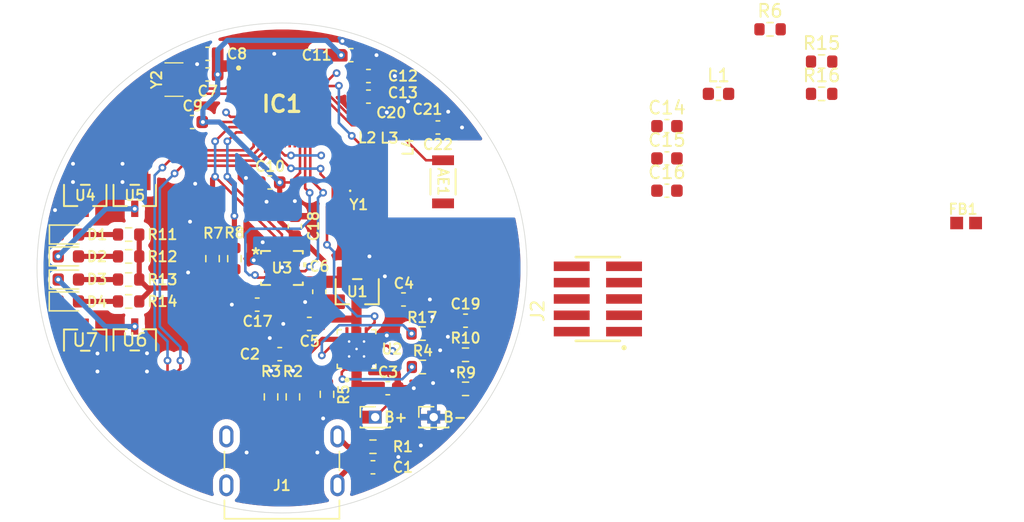
<source format=kicad_pcb>
(kicad_pcb (version 20241229) (generator "pcbnew") (generator_version "9.0")
  (layers (0 "F.Cu" signal) (2 "B.Cu" signal) (13 "F.Paste" user) (15 "B.Paste" user) (5 "F.SilkS" user "F.Silkscreen") (7 "B.SilkS" user "B.Silkscreen") (1 "F.Mask" user) (3 "B.Mask" user) (25 "Edge.Cuts" user))
  (net 0 "")
  (net 1 "Net-(AE1-Pad1)")
  (net 2 "GND")
  (net 3 "Net-(J1-SHIELD)")
  (net 4 "Net-(J1-VBUS)")
  (net 5 "Net-(U2-BAT)")
  (net 6 "Net-(U1-VIN)")
  (net 7 "Net-(IC1-VDD_1)")
  (net 8 "Net-(IC1-DECA)")
  (net 9 "Net-(IC1-DECD)")
  (net 10 "Net-(IC1-NRESET)")
  (net 11 "Net-(IC1-P1.08{slash}CLK16M{slash}TAMPC)")
  (net 12 "Net-(C20-Pad2)")
  (net 13 "Net-(C21-Pad1)")
  (net 14 "Net-(D1-K)")
  (net 15 "Net-(D1-A)")
  (net 16 "Net-(D2-A)")
  (net 17 "Net-(D2-K)")
  (net 18 "Net-(D3-A)")
  (net 19 "Net-(D3-K)")
  (net 20 "Net-(D4-K)")
  (net 21 "Net-(D4-A)")
  (net 23 "Net-(IC1-P2.05{slash}SPI.CS)")
  (net 24 "Net-(IC1-XC1)")
  (net 27 "Net-(IC1-P0.01)")
  (net 30 "Net-(IC1-P2.06{slash}TRACECLK{slash}SPI.SCK)")
  (net 31 "Net-(IC1-P2.03)")
  (net 32 "Net-(IC1-ANT)")
  (net 33 "Net-(IC1-P2.04{slash}SPI.SDI{slash}SDO)")
  (net 35 "Net-(IC1-P2.02{slash}SPI.SDI{slash}SDO)")
  (net 36 "Net-(IC1-DCC)")
  (net 39 "Net-(IC1-P2.00{slash}SPI.DCX)")
  (net 41 "Net-(IC1-P2.07{slash}TRACEDATA[0]{slash}SWO{slash}SPI.DCX)")
  (net 46 "Net-(IC1-P1.00{slash}XL1)")
  (net 48 "Net-(IC1-SWDIO)")
  (net 49 "Net-(IC1-P2.01{slash}SPI.SCK)")
  (net 50 "Net-(IC1-P1.01{slash}XL2)")
  (net 52 "Net-(IC1-XC2)")
  (net 53 "Net-(IC1-P0.00)")
  (net 54 "Net-(IC1-SWDCLK)")
  (net 58 "Net-(J1-CC1)")
  (net 59 "Net-(J1-CC2)")
  (net 61 "Net-(U2-TS)")
  (net 62 "Net-(U2-ISET)")
  (net 63 "Net-(J2-Pad6)")
  (net 64 "Net-(U2-TMR)")
  (footprint "footprints:BSS138" (layer "F.Cu") (at 138.35 105.2414)
    (property "Reference" "U6")
    (property "Value" "BSS138")
  )
  (footprint "Resistor_SMD:R_0603_1608Metric" (layer "F.Cu") (at 148.95 109.675 90)
    (property "Reference" "R3")
    (property "Value" "5.1 kOhm")
  )
  (footprint "Capacitor_SMD:C_0603_1608Metric" (layer "F.Cu") (at 147.875 102.5 180)
    (property "Reference" "C17")
    (property "Value" "100nF Ceramic")
  )
  (footprint "footprints:BMI323" (layer "F.Cu") (at 149.7943 99.65)
    (property "Reference" "U3")
    (property "Value" "BMI323")
  )
  (footprint "LED_SMD:LED_0603_1608Metric" (layer "F.Cu") (at 133.1875 98.75)
    (property "Reference" "D2")
    (property "Value" "5991090147F")
  )
  (footprint "Resistor_SMD:R_0603_1608Metric" (layer "F.Cu") (at 191.765 83.6)
    (property "Reference" "R15")
    (property "Value" "10 kOhm")
  )
  (footprint "Capacitor_SMD:C_0603_1608Metric" (layer "F.Cu") (at 152.7 101.5 -90)
    (property "Reference" "C6")
    (property "Value" "2.2 uF Ceramic")
  )
  (footprint "Resistor_SMD:R_0603_1608Metric" (layer "F.Cu") (at 156.875 113.55 180)
    (property "Reference" "R1")
    (property "Value" "10 Ohm .063 W")
  )
  (footprint "Capacitor_SMD:C_0603_1608Metric" (layer "F.Cu") (at 164.075 103.75)
    (property "Reference" "C19")
    (property "Value" "100 nF Ceramic")
  )
  (footprint "footprints:AP2210N-3.3TRG1" (layer "F.Cu") (at 155.649999 101.4938 180)
    (property "Reference" "U1")
    (property "Value" "AP2210N-3.3TRG1")
  )
  (footprint "Capacitor_SMD:C_0603_1608Metric" (layer "F.Cu") (at 179.735 91.13)
    (property "Reference" "C15")
    (property "Value" "10 nF Ceramic")
  )
  (footprint "Resistor_SMD:R_0603_1608Metric" (layer "F.Cu") (at 160.7 104.75 180)
    (property "Reference" "R17")
    (property "Value" "1 MOhm")
  )
  (footprint "footprints:RFANT3216120A5T" (layer "F.Cu") (at 162.325 92.95 -90)
    (property "Reference" "AE1")
    (property "Value" "RFANT3216120A5T")
  )
  (footprint "Capacitor_SMD:C_0603_1608Metric" (layer "F.Cu") (at 161.925 88.725 180)
    (property "Reference" "C22")
    (property "Value" "0.3 pF Ceramic")
  )
  (footprint "footprints:BSS138" (layer "F.Cu") (at 138.35 94.0086 180)
    (property "Reference" "U5")
    (property "Value" "BSS138")
  )
  (footprint "footprints:BQ24072RGTT" (layer "F.Cu") (at 155.6 105.95 90)
    (property "Reference" "U2")
    (property "Value" "BQ24072RGTT")
  )
  (footprint "Resistor_SMD:R_0603_1608Metric" (layer "F.Cu") (at 164.075 109.05 180)
    (property "Reference" "R9")
    (property "Value" "1.3 kOhm")
  )
  (footprint "Inductor_SMD:L_0603_1608Metric" (layer "F.Cu") (at 183.745 86.11)
    (property "Reference" "L1")
    (property "Value" "4.7 uH")
  )
  (footprint "Capacitor_SMD:C_0603_1608Metric" (layer "F.Cu") (at 151.925 104)
    (property "Reference" "C5")
    (property "Value" "1 uF Ceramic")
  )
  (footprint "Resistor_SMD:R_0603_1608Metric" (layer "F.Cu") (at 187.755 81.09)
    (property "Reference" "R6")
    (property "Value" "1 kOhm")
  )
  (footprint "Capacitor_SMD:C_0603_1608Metric" (layer "F.Cu") (at 179.735 88.62)
    (property "Reference" "C14")
    (property "Value" "2.2 uF Ceramic")
  )
  (footprint "Capacitor_SMD:C_0603_1608Metric" (layer "F.Cu") (at 142.825 88.3)
    (property "Reference" "C9")
    (property "Value" "0.1 uF Ceramic")
  )
  (footprint "Resistor_SMD:R_0603_1608Metric" (layer "F.Cu") (at 144.4 98.925 90)
    (property "Reference" "R7")
    (property "Value" "4.7 kOhm")
  )
  (footprint "Capacitor_SMD:C_0603_1608Metric" (layer "F.Cu") (at 159.25 102.1)
    (property "Reference" "C4")
    (property "Value" "4.7 uF Ceramic")
  )
  (footprint "Resistor_SMD:R_0603_1608Metric" (layer "F.Cu") (at 137.875 97.05)
    (property "Reference" "R11")
    (property "Value" "68 Ohm")
  )
  (footprint "Capacitor_SMD:C_0603_1608Metric" (layer "F.Cu") (at 149.625 106.35 180)
    (property "Reference" "C2")
    (property "Value" "1 uF 10V")
  )
  (footprint "Resistor_SMD:R_0603_1608Metric" (layer "F.Cu") (at 164.075 106.4 180)
    (property "Reference" "R10")
    (property "Value" "4.7 kOhm")
  )
  (footprint "footprints:NRF54L05-QFAA-R7" (layer "F.Cu") (at 149.8 86.9)
    (property "Reference" "IC1")
    (property "Value" "NRF54L05-QFAA-R7" (hide yes))
  )
  (footprint "Capacitor_SMD:C_0603_1608Metric" (layer "F.Cu") (at 144.025 84.6)
    (property "Reference" "C7")
    (property "Value" "10 uF Ceramic")
  )
  (footprint "LED_SMD:LED_0603_1608Metric" (layer "F.Cu") (at 133.1875 102.25)
    (property "Reference" "D4")
    (property "Value" "5991090147F")
  )
  (footprint "footprints:LQP03HQ3N5B02D" (layer "F.Cu") (at 158.15 88.55)
    (property "Reference" "L3")
    (property "Value" "LQP03HQ3N5B02")
  )
  (footprint "Capacitor_SMD:C_0603_1608Metric" (layer "F.Cu") (at 156.525 84.725 180)
    (property "Reference" "C12")
    (property "Value" "2.2 nF Ceramic")
  )
  (footprint "Resistor_SMD:R_0603_1608Metric" (layer "F.Cu") (at 137.875 98.75)
    (property "Reference" "R12")
    (property "Value" "68 Ohm")
  )
  (footprint "footprints:BSS138" (layer "F.Cu") (at 134.5 94.0086 180)
    (property "Reference" "U4")
    (property "Value" "BSS138")
  )
  (footprint "Capacitor_SMD:C_0603_1608Metric" (layer "F.Cu") (at 179.735 93.64)
    (property "Reference" "C16")
    (property "Value" "3.9 pF Ceramic")
  )
  (footprint "footprints:ECS-320-8-37B2-JTY-TR" (layer "F.Cu") (at 155.775 92.2)
    (property "Reference" "Y1")
    (property "Value" "ECS-320-8-37B2-JTY-TR" (hide yes))
  )
  (footprint "Resistor_SMD:R_0603_1608Metric" (layer "F.Cu") (at 160.725 107.35)
    (property "Reference" "R4")
    (property "Value" "10 kOhm")
  )
  (footprint "footprints:Q 0,032768-JTX210-7-20-T1-HMR-70K-LF" (layer "F.Cu") (at 141.4 85 90)
    (property "Reference" "Y2")
    (property "Value" "32.768 kHz")
  )
  (footprint "Capacitor_SMD:C_0201_0603Metric" (layer "F.Cu") (at 156.425 87.575)
    (property "Reference" "C20")
    (property "Value" "GJM0335C1E1R5WB01")
  )
  (footprint "footprints:FTSH-105-01-L-DV-K" (layer "F.Cu") (at 174.365 102.06 90)
    (property "Reference" "J2")
    (property "Value" "FTSH-105-01-L-DV-K")
  )
  (footprint "footprints:UJC-H-G-SMT-2-P6-TR" (layer "F.Cu") (at 149.795 116.55)
    (property "Reference" "J1")
    (property "Value" "UJC-H-G-SMT-2-P6-TR")
  )
  (footprint "footprints:BSS138" (layer "F.Cu") (at 134.5 105.2586)
    (property "Reference" "U7")
    (property "Value" "BSS138")
  )
  (footprint "Capacitor_SMD:C_0603_1608Metric" (layer "F.Cu") (at 155.175 83.1 180)
    (property "Reference" "C11")
    (property "Value" "0.1 uF Ceramic")
  )
  (footprint "Resistor_SMD:R_0603_1608Metric" (layer "F.Cu") (at 137.875 100.55)
    (property "Reference" "R13")
    (property "Value" "68 Ohm")
  )
  (footprint "Resistor_SMD:R_0603_1608Metric" (layer "F.Cu") (at 137.875 102.25)
    (property "Reference" "R14")
    (property "Value" "68 Ohm")
  )
  (footprint "Resistor_SMD:R_0603_1608Metric" (layer "F.Cu") (at 150.65 109.675 90)
    (property "Reference" "R2")
    (property "Value" "5.1 kOhm")
  )
  (footprint "Capacitor_SMD:C_0603_1608Metric" (layer "F.Cu") (at 156.875 115.15 180)
    (property "Reference" "C1")
    (property "Value" "0.1 uF 10V")
  )
  (footprint "Resistor_SMD:R_0603_1608Metric" (layer "F.Cu") (at 191.765 86.11)
    (property "Reference" "R16")
    (property "Value" "10 kOhm")
  )
  (footprint "footprints:LQP03HQ3N5B02D" (layer "F.Cu") (at 159.6 88.85 -90)
    (property "Reference" "L4")
    (property "Value" "LQP03HQ3N5B02")
  )
  (footprint "Connector_PinHeader_1.27mm:PinHeader_1x01_P1.27mm_Vertical" (layer "F.Cu") (at 161.6 111.25)
    (property "Reference" "B-")
    (property "Value" "Battery-")
  )
  (footprint "Capacitor_SMD:C_0201_0603Metric" (layer "F.Cu") (at 159.6 87.305 90)
    (property "Reference" "C21")
    (property "Value" "GJM0335C1E2R0WB01")
  )
  (footprint "footprints:BLM18KG121TN1D" (layer "F.Cu") (at 203 96.155)
    (property "Reference" "FB1")
    (property "Value" "BLM18KG121TN1D")
  )
  (footprint "Resistor_SMD:R_0603_1608Metric" (layer "F.Cu") (at 146.1 98.925 90)
    (property "Reference" "R8")
    (property "Value" "4.7 kOhm")
  )
  (footprint "footprints:LQP03HQ2N7B02D" (layer "F.Cu") (at 156.425 88.55)
    (property "Reference" "L2")
    (property "Value" "LQP03HQ2N7B02")
  )
  (footprint "Capacitor_SMD:C_0603_1608Metric" (layer "F.Cu") (at 148.85 93)
    (property "Reference" "C10")
    (property "Value" "0.1 uF Ceramic")
  )
  (footprint "Capacitor_SMD:C_0603_1608Metric" (layer "F.Cu") (at 156.525 86.325 180)
    (property "Reference" "C13")
    (property "Value" "2.2 uF Ceramic")
  )
  (footprint "Capacitor_SMD:C_0603_1608Metric" (layer "F.Cu") (at 144.025 83)
    (property "Reference" "C8")
    (property "Value" "0.1 uF Ceramic")
  )
  (footprint "Connector_PinHeader_1.27mm:PinHeader_1x01_P1.27mm_Vertical" (layer "F.Cu") (at 157.05 111.25)
    (property "Reference" "B+")
    (property "Value" "Battery+")
  )
  (footprint "Capacitor_SMD:C_0603_1608Metric" (layer "F.Cu") (at 150.8 96.4 -90)
    (property "Reference" "C18")
    (property "Value" "100nF Ceramic")
  )
  (footprint "LED_SMD:LED_0603_1608Metric" (layer "F.Cu") (at 133.1875 100.55)
    (property "Reference" "D3")
    (property "Value" "5991090147F")
  )
  (footprint "Capacitor_SMD:C_0603_1608Metric" (layer "F.Cu") (at 158.025 109)
    (property "Reference" "C3")
    (property "Value" "4.7 uF Ceramic")
  )
  (footprint "Resistor_SMD:R_0603_1608Metric" (layer "F.Cu") (at 153.3 109.475 -90)
    (property "Reference" "R5")
    (property "Value" "8.9 kOhm 1% Tol")
  )
  (footprint "LED_SMD:LED_0603_1608Metric" (layer "F.Cu") (at 133.2 97.05)
    (property "Reference" "D1")
    (property "Value" "5991090147F")
  )
  (gr_circle (center 149.8 99.65) (end 168.85 99.65) (stroke (width 0.05)) (fill no) (layer "Edge.Cuts"))
  (segment (start 160.725 89.15) (end 161.15 88.725) (width 0.2) (layer "F.Cu") (net 1))
  (segment (start 159.6 89.15) (end 159.6 89.875) (width 0.2) (layer "F.Cu") (net 1))
  (segment (start 160.9986 91.2736) (end 162.325 91.2736) (width 0.2) (layer "F.Cu") (net 1))
  (segment (start 159.6 89.875) (end 160.9986 91.2736) (width 0.2) (layer "F.Cu") (net 1))
  (segment (start 159.6 89.15) (end 160.725 89.15) (width 0.2) (layer "F.Cu") (net 1))
  (segment (start 150.294299 100.5644) (end 149.7943 100.5644) (width 0.2) (layer "F.Cu") (net 2))
  (segment (start 154.825 87.575) (end 153.55 86.3) (width 0.2) (layer "F.Cu") (net 2))
  (segment (start 156.35 106.7) (end 155.6 105.95) (width 0.2) (layer "F.Cu") (net 2))
  (segment (start 155.35 106.2) (end 155.6 105.95) (width 0.2) (layer "F.Cu") (net 2))
  (segment (start 154.2 106.2) (end 155.35 106.2) (width 0.2) (layer "F.Cu") (net 2))
  (segment (start 156.35 105.2) (end 155.6 105.95) (width 0.2) (layer "F.Cu") (net 2))
  (segment (start 149.7943 100.5644) (end 149.7943 99.6057) (width 0.2) (layer "F.Cu") (net 2))
  (segment (start 156.105 87.575) (end 154.825 87.575) (width 0.2) (layer "F.Cu") (net 2))
  (segment (start 156.35 107.35) (end 156.35 106.7) (width 0.2) (layer "F.Cu") (net 2))
  (segment (start 149.7943 99.6057) (end 149.8 99.6) (width 0.2) (layer "F.Cu") (net 2))
  (segment (start 157 106.7) (end 156.35 106.7) (width 0.2) (layer "F.Cu") (net 2))
  (segment (start 157 105.2) (end 156.35 105.2) (width 0.2) (layer "F.Cu") (net 2))
  (segment (start 153.55 86.3) (end 152.75 86.3) (width 0.2) (layer "F.Cu") (net 2))
  (segment (start 149.2 83.95) (end 149.2 86.3) (width 0.2) (layer "F.Cu") (net 2))
  (segment (start 149.2 86.3) (end 149.8 86.9) (width 0.2) (layer "F.Cu") (net 2))
  (segment (start 150.4 86.3) (end 149.8 86.9) (width 0.2) (layer "F.Cu") (net 2))
  (segment (start 152.75 86.3) (end 150.4 86.3) (width 0.2) (layer "F.Cu") (net 2))
  (via (at 147.05 114) (size 0.6) (drill 0.3) (layers "F.Cu" "B.Cu") (net 2))
  (via (at 154.5 82) (size 0.6) (drill 0.3) (layers "F.Cu" "B.Cu") (net 2))
  (via (at 143.2 83.8) (size 0.6) (drill 0.3) (layers "F.Cu" "B.Cu") (net 2))
  (via (at 161.3 102.1) (size 0.6) (drill 0.3) (layers "F.Cu" "B.Cu") (net 2))
  (via (at 137.4 91.55) (size 0.6) (drill 0.3) (layers "F.Cu" "B.Cu") (net 2))
  (via (at 150.65 107.65) (size 0.6) (drill 0.3) (layers "F.Cu" "B.Cu") (net 2))
  (via (at 148.85 105.1) (size 0.6) (drill 0.3) (layers "F.Cu" "B.Cu") (net 2))
  (via (at 142.5 100) (size 0.6) (drill 0.3) (layers "F.Cu" "B.Cu") (net 2))
  (via (at 148.3 97.65) (size 0.6) (drill 0.3) (layers "F.Cu" "B.Cu") (net 2))
  (via (at 157.95 87.55) (size 0.6) (drill 0.3) (layers "F.Cu" "B.Cu") (net 2))
  (via (at 142.65 96.05) (size 0.6) (drill 0.3) (layers "F.Cu" "B.Cu") (net 2))
  (via (at 135.4525 106.3) (size 0.6) (drill 0.3) (layers "F.Cu" "B.Cu") (net 2))
  (via (at 160.6 113.45) (size 0.6) (drill 0.3) (layers "F.Cu" "B.Cu") (net 2))
  (via (at 147.6 99.05) (size 0.6) (drill 0.3) (layers "F.Cu" "B.Cu") (net 2))
  (via (at 156.95 107.3) (size 0.6) (drill 0.3) (layers "F.Cu" "B.Cu") (net 2))
  (via (at 145.9 102.5) (size 0.6) (drill 0.3) (layers "F.Cu" "B.Cu") (net 2))
  (via (at 156.6 98.75) (size 0.6) (drill 0.3) (layers "F.Cu" "B.Cu") (net 2))
  (via (at 162.725 87.5) (size 0.6) (drill 0.3) (layers "F.Cu" "B.Cu") (net 2))
  (via (at 148.95 107.65) (size 0.6) (drill 0.3) (layers "F.Cu" "B.Cu") (net 2))
  (via (at 135.45 107.7) (size 0.6) (drill 0.3) (layers "F.Cu" "B.Cu") (net 2))
  (via (at 163.8 88.725) (size 0.6) (drill 0.3) (layers "F.Cu" "B.Cu") (net 2))
  (via (at 150.8 94.45) (size 0.6) (drill 0.3) (layers "F.Cu" "B.Cu") (net 2))
  (via (at 157.15 83.1) (size 0.6) (drill 0.3) (layers "F.Cu" "B.Cu") (net 2))
  (via (at 159.6 86.7) (size 0.6) (drill 0.3) (layers "F.Cu" "B.Cu") (net 2))
  (via (at 161.5 103.45) (size 0.6) (drill 0.3) (layers "F.Cu" "B.Cu") (net 2))
  (via (at 143.05 93.1) (size 0.6) (drill 0.3) (layers "F.Cu" "B.Cu") (net 2))
  (via (at 157.8 100.3) (size 0.6) (drill 0.3) (layers "F.Cu" "B.Cu") (net 2))
  (via (at 162.1 106.05) (size 0.6) (drill 0.3) (layers "F.Cu" "B.Cu") (net 2))
  (via (at 161.55 108.6) (size 0.6) (drill 0.3) (layers "F.Cu" "B.Cu") (net 2))
  (via (at 133.55 91.55) (size 0.6) (drill 0.3) (layers "F.Cu" "B.Cu") (net 2))
  (via (at 163.05 107.65) (size 0.6) (drill 0.3) (layers "F.Cu" "B.Cu") (net 2))
  (via (at 162.7 105) (size 0.6) (drill 0.3) (layers "F.Cu" "B.Cu") (net 2))
  (via (at 158.575 84.725) (size 0.6) (drill 0.3) (layers "F.Cu" "B.Cu") (net 2))
  (via (at 149.9 104) (size 0.6) (drill 0.3) (layers "F.Cu" "B.Cu") (net 2))
  (via (at 132.15 95.15) (size 0.6) (drill 0.3) (layers "F.Cu" "B.Cu") (net 2))
  (via (at 139.3 107.7) (size 0.6) (drill 0.3) (layers "F.Cu" "B.Cu") (net 2))
  (via (at 148.6 94.5) (size 0.6) (drill 0.3) (layers "F.Cu" "B.Cu") (net 2))
  (via (at 158.85 114.35) (size 0.6) (drill 0.3) (layers "F.Cu" "B.Cu") (net 2))
  (via (at 147 92.65) (size 0.6) (drill 0.3) (layers "F.Cu" "B.Cu") (net 2))
  (via (at 160.05 109) (size 0.6) (drill 0.3) (layers "F.Cu" "B.Cu") (net 2))
  (via (at 149.2 83) (size 0.6) (drill 0.3) (layers "F.Cu" "B.Cu") (net 2))
  (via (at 133.5475 92.9672) (size 0.6) (drill 0.3) (layers "F.Cu" "B.Cu") (net 2))
  (via (at 153 111.35) (size 0.6) (drill 0.3) (layers "F.Cu" "B.Cu") (net 2))
  (via (at 151.6 102.3) (size 0.6) (drill 0.3) (layers "F.Cu" "B.Cu") (net 2))
  (via (at 157.95 104.9) (size 0.6) (drill 0.3) (layers "F.Cu" "B.Cu") (net 2))
  (via (at 152.55 114) (size 0.6) (drill 0.3) (layers "F.Cu" "B.Cu") (net 2))
  (via (at 139.3025 106.2828) (size 0.6) (drill 0.3) (layers "F.Cu" "B.Cu") (net 2))
  (via (at 149.8 99.6) (size 0.6) (drill 0.3) (layers "F.Cu" "B.Cu") (net 2))
  (via (at 137.3975 92.9672) (size 0.6) (drill 0.3) (layers "F.Cu" "B.Cu") (net 2))
  (segment (start 154.915 113.55) (end 154.115 112.75) (width 0.4) (layer "F.Cu") (net 3))
  (segment (start 154.115 116.085) (end 155.05 115.15) (width 0.4) (layer "F.Cu") (net 3))
  (segment (start 156.1 115.15) (end 156.1 113.6) (width 0.4) (layer "F.Cu") (net 3))
  (segment (start 154.1 112.765) (end 154.1 113.15) (width 0.2) (layer "F.Cu") (net 3))
  (segment (start 154.115 112.75) (end 154.1 112.765) (width 0.2) (layer "F.Cu") (net 3))
  (segment (start 156.05 113.55) (end 154.915 113.55) (width 0.4) (layer "F.Cu") (net 3))
  (segment (start 154.115 116.55) (end 154.115 116.085) (width 0.2) (layer "F.Cu") (net 3))
  (segment (start 155.05 115.15) (end 156.1 115.15) (width 0.4) (layer "F.Cu") (net 3))
  (segment (start 156.1 113.6) (end 156.05 113.55) (width 0.4) (layer "F.Cu") (net 3))
  (segment (start 151 114.15) (end 148.55 114.15) (width 0.4) (layer "F.Cu") (net 4))
  (segment (start 151.315 112.67) (end 151.315 113.835) (width 0.4) (layer "F.Cu") (net 4))
  (segment (start 151.8 107.15) (end 151.8 106.35) (width 0.4) (layer "F.Cu") (net 4))
  (segment (start 151.315 113.835) (end 151 114.15) (width 0.4) (layer "F.Cu") (net 4))
  (segment (start 151.315 112.67) (end 151.315 111.67) (width 0.4) (layer "F.Cu") (net 4))
  (segment (start 151.315 111.67) (end 151.8 111.185) (width 0.4) (layer "F.Cu") (net 4))
  (segment (start 151 106.35) (end 150.4 106.35) (width 0.4) (layer "F.Cu") (net 4))
  (segment (start 151.8 107.15) (end 151 106.35) (width 0.4) (layer "F.Cu") (net 4))
  (segment (start 148.275 113.875) (end 148.275 112.67) (width 0.4) (layer "F.Cu") (net 4))
  (segment (start 151.8 106.35) (end 152.95 105.2) (width 0.4) (layer "F.Cu") (net 4))
  (segment (start 152.95 105.2) (end 154.2 105.2) (width 0.4) (layer "F.Cu") (net 4))
  (segment (start 151.8 107.55) (end 151.8 107.15) (width 0.4) (layer "F.Cu") (net 4))
  (segment (start 148.55 114.15) (end 148.275 113.875) (width 0.4) (layer "F.Cu") (net 4))
  (segment (start 151.8 111.185) (end 151.8 107.55) (width 0.4) (layer "F.Cu") (net 4))
  (segment (start 157.05 111.25) (end 158.1 110.2) (width 0.2) (layer "F.Cu") (net 5))
  (segment (start 159.7 110.2) (end 160.3 109.6) (width 0.2) (layer "F.Cu") (net 5))
  (segment (start 163.25 109.05) (end 163.15 109.05) (width 0.2) (layer "F.Cu") (net 5))
  (segment (start 163.15 109.05) (end 162.6 109.6) (width 0.2) (layer "F.Cu") (net 5))
  (segment (start 160.3 109.6) (end 162.6 109.6) (width 0.2) (layer "F.Cu") (net 5))
  (segment (start 158.1 110.2) (end 159.7 110.2) (width 0.2) (layer "F.Cu") (net 5))
  (segment (start 155.35 107.35) (end 155.35 108.6) (width 0.3) (layer "F.Cu") (net 5))
  (segment (start 155.85 107.35) (end 155.85 107.95) (width 0.3) (layer "F.Cu") (net 5))
  (segment (start 155.35 108.6) (end 155.35 109.05) (width 0.3) (layer "F.Cu") (net 5))
  (segment (start 149.449943 102.5) (end 148.65 102.5) (width 0.4) (layer "F.Cu") (net 7))
  (segment (start 144.4 101.208701) (end 144.4 99.75) (width 0.4) (layer "F.Cu") (net 7))
  (segment (start 151.125 97.175) (end 150.8 97.175) (width 0.4) (layer "F.Cu") (net 7))
  (segment (start 148.65 101.208701) (end 149.294301 100.5644) (width 0.4) (layer "F.Cu") (net 7))
  (segment (start 152.7 100.725) (end 152.7 100.4) (width 0.2) (layer "F.Cu") (net 7))
  (segment (start 138.7 100.55) (end 138.7 97.05) (width 0.4) (layer "F.Cu") (net 7))
  (segment (start 150.294299 98.7356) (end 150.294299 97.680701) (width 0.4) (layer "F.Cu") (net 7))
  (segment (start 150.95 100.400001) (end 152.375001 100.400001) (width 0.2) (layer "F.Cu") (net 7))
  (segment (start 153.05 99.1) (end 151.125 97.175) (width 0.4) (layer "F.Cu") (net 7))
  (segment (start 148.65 101.208701) (end 146.1 101.208701) (width 0.4) (layer "F.Cu") (net 7))
  (segment (start 153.05 100.05) (end 153.05 99.1) (width 0.4) (layer "F.Cu") (net 7))
  (segment (start 146.1 101.208701) (end 146.1 99.75) (width 0.4) (layer "F.Cu") (net 7))
  (segment (start 150.95 100.400001) (end 150.95 100.999943) (width 0.2) (layer "F.Cu") (net 7))
  (segment (start 139.741299 101.208701) (end 138.7 102.25) (width 0.4) (layer "F.Cu") (net 7))
  (segment (start 144.4 101.208701) (end 139.741299 101.208701) (width 0.4) (layer "F.Cu") (net 7))
  (segment (start 143.65 88.3) (end 146.85 88.3) (width 0.2) (layer "F.Cu") (net 7))
  (segment (start 152.375001 100.400001) (end 152.7 100.725) (width 0.2) (layer "F.Cu") (net 7))
  (segment (start 150.95 100.999943) (end 149.449943 102.5) (width 0.4) (layer "F.Cu") (net 7))
  (segment (start 149.625 96) (end 149.625 93) (width 0.4) (layer "F.Cu") (net 7))
  (segment (start 139.358701 101.208701) (end 138.7 100.55) (width 0.4) (layer "F.Cu") (net 7))
  (segment (start 152.7 100.4) (end 153.05 100.05) (width 0.4) (layer "F.Cu") (net 7))
  (segment (start 150.294299 97.680701) (end 150.8 97.175) (width 0.4) (layer "F.Cu") (net 7))
  (segment (start 139.741299 101.208701) (end 139.358701 101.208701) (width 0.4) (layer "F.Cu") (net 7))
  (segment (start 146.1 101.208701) (end 144.4 101.208701) (width 0.4) (layer "F.Cu") (net 7))
  (segment (start 150.8 97.175) (end 149.625 96) (width 0.4) (layer "F.Cu") (net 7))
  (segment (start 151.2 89.85) (end 151.2 92.25) (width 0.2) (layer "F.Cu") (net 7))
  (segment (start 151.2 92.25) (end 150.45 93) (width 0.2) (layer "F.Cu") (net 7))
  (segment (start 150.45 93) (end 149.625 93) (width 0.2) (layer "F.Cu") (net 7))
  (segment (start 148.65 102.5) (end 148.65 101.208701) (width 0.4) (layer "F.Cu") (net 7))
  (segment (start 143.6 88.3) (end 143.65 88.3) (width 0.2) (layer "F.Cu") (net 7))
  (via (at 149.625 93) (size 0.6) (drill 0.3) (layers "F.Cu" "B.Cu") (net 7))
  (via (at 143.65 88.3) (size 0.6) (drill 0.3) (layers "F.Cu" "B.Cu") (net 7))
  (via (at 144.8 84.6) (size 0.6) (drill 0.3) (layers "F.Cu" "B.Cu") (net 7))
  (via (at 154.4 83.1) (size 0.6) (drill 0.3) (layers "F.Cu" "B.Cu") (net 7))
  (segment (start 144.8 86.15) (end 144.8 84.6) (width 0.4) (layer "B.Cu") (net 7))
  (segment (start 143.65 88.3) (end 144.925 88.3) (width 0.4) (layer "B.Cu") (net 7))
  (segment (start 143.65 87.3) (end 144.8 86.15) (width 0.4) (layer "B.Cu") (net 7))
  (segment (start 144.8 84.6) (end 144.8 82.7) (width 0.4) (layer "B.Cu") (net 7))
  (segment (start 144.925 88.3) (end 149.625 93) (width 0.4) (layer "B.Cu") (net 7))
  (segment (start 143.65 88.3) (end 143.65 87.3) (width 0.4) (layer "B.Cu") (net 7))
  (segment (start 144.8 82.7) (end 145.55 81.95) (width 0.4) (layer "B.Cu") (net 7))
  (segment (start 145.55 81.95) (end 153.25 81.95) (width 0.4) (layer "B.Cu") (net 7))
  (segment (start 153.25 81.95) (end 154.4 83.1) (width 0.4) (layer "B.Cu") (net 7))
  (segment (start 164.9 106.15) (end 164.85 106.1) (width 0.2) (layer "F.Cu") (net 11))
  (segment (start 146.85 87.9) (end 145.8 87.9) (width 0.2) (layer "F.Cu") (net 11))
  (segment (start 164.9 106.4) (end 164.9 106.15) (width 0.2) (layer "F.Cu") (net 11))
  (segment (start 164.9 109.05) (end 164.9 106.4) (width 0.2) (layer "F.Cu") (net 11))
  (segment (start 164.85 106.1) (end 164.85 103.75) (width 0.2) (layer "F.Cu") (net 11))
  (segment (start 164.85 106.45) (end 164.9 106.4) (width 0.2) (layer "F.Cu") (net 11))
  (segment (start 164.9 103.825) (end 164.825 103.75) (width 0.2) (layer "F.Cu") (net 11))
  (segment (start 145.8 87.9) (end 145.45 87.55) (width 0.2) (layer "F.Cu") (net 11))
  (via (at 145.45 87.55) (size 0.6) (drill 0.3) (layers "F.Cu" "B.Cu") (net 11))
  (segment (start 156.725 88.55) (end 157.85 88.55) (width 0.2) (layer "F.Cu") (net 12))
  (segment (start 156.725 88.55) (end 156.725 87.595) (width 0.2) (layer "F.Cu") (net 12))
  (segment (start 158.45 88.55) (end 159.6 88.55) (width 0.2) (layer "F.Cu") (net 13))
  (segment (start 159.6 88.55) (end 159.6 87.625) (width 0.2) (layer "F.Cu") (net 13))
  (segment (start 132.4125 96.3875) (end 133.75 95.05) (width 0.4) (layer "F.Cu") (net 14))
  (segment (start 132.4125 97.05) (end 132.4125 96.3875) (width 0.4) (layer "F.Cu") (net 14))
  (segment (start 133.75 95.05) (end 134.5 95.05) (width 0.4) (layer "F.Cu") (net 14))
  (segment (start 137.05 97.05) (end 133.9875 97.05) (width 0.4) (layer "F.Cu") (net 15))
  (segment (start 137.05 98.75) (end 133.975 98.75) (width 0.4) (layer "F.Cu") (net 16))
  (via (at 138.35 95.05) (size 0.6) (drill 0.3) (layers "F.Cu" "B.Cu") (net 17))
  (via (at 132.4 98.75) (size 0.6) (drill 0.3) (layers "F.Cu" "B.Cu") (net 17))
  (segment (start 136.1 95.05) (end 138.35 95.05) (width 0.4) (layer "B.Cu") (net 17))
  (segment (start 132.4 98.75) (end 136.1 95.05) (width 0.4) (layer "B.Cu") (net 17))
  (segment (start 137.05 100.55) (end 133.975 100.55) (width 0.4) (layer "F.Cu") (net 18))
  (via (at 132.4 100.55) (size 0.6) (drill 0.3) (layers "F.Cu" "B.Cu") (net 19))
  (via (at 138.35 104.2) (size 0.6) (drill 0.3) (layers "F.Cu" "B.Cu") (net 19))
  (segment (start 136.05 104.2) (end 138.35 104.2) (width 0.4) (layer "B.Cu") (net 19))
  (segment (start 132.4 100.55) (end 136.05 104.2) (width 0.4) (layer "B.Cu") (net 19))
  (segment (start 132.4 102.85) (end 133.7672 104.2172) (width 0.4) (layer "F.Cu") (net 20))
  (segment (start 133.7672 104.2172) (end 134.5 104.2172) (width 0.4) (layer "F.Cu") (net 20))
  (segment (start 132.4 102.25) (end 132.4 102.85) (width 0.4) (layer "F.Cu") (net 20))
  (segment (start 137.05 102.25) (end 133.975 102.25) (width 0.4) (layer "F.Cu") (net 21))
  (segment (start 148.8 89.85) (end 148.8 90.8) (width 0.2) (layer "F.Cu") (net 23))
  (segment (start 141.9 106.85) (end 141.9 107.4671) (width 0.2) (layer "F.Cu") (net 23))
  (segment (start 135.151 109.151) (end 133.5475 107.5475) (width 0.2) (layer "F.Cu") (net 23))
  (segment (start 148.8 90.8) (end 148.2 91.4) (width 0.2) (layer "F.Cu") (net 23))
  (segment (start 140.2161 109.151) (end 135.151 109.151) (width 0.2) (layer "F.Cu") (net 23))
  (segment (start 148.2 91.4) (end 147.898 91.702) (width 0.2) (layer "F.Cu") (net 23))
  (segment (start 142.048 91.702) (end 141.45 92.3) (width 0.2) (layer "F.Cu") (net 23))
  (segment (start 147.898 91.702) (end 142.55 91.702) (width 0.2) (layer "F.Cu") (net 23))
  (segment (start 133.5475 107.5475) (end 133.5475 106.3) (width 0.2) (layer "F.Cu") (net 23))
  (segment (start 141.9 107.4671) (end 140.2161 109.151) (width 0.2) (layer "F.Cu") (net 23))
  (segment (start 142.55 91.702) (end 142.048 91.702) (width 0.2) (layer "F.Cu") (net 23))
  (via (at 141.45 92.3) (size 0.6) (drill 0.3) (layers "F.Cu" "B.Cu") (net 23))
  (via (at 141.9 106.85) (size 0.6) (drill 0.3) (layers "F.Cu" "B.Cu") (net 23))
  (segment (start 140.301 93.449) (end 140.301 95.35) (width 0.2) (layer "B.Cu") (net 23))
  (segment (start 140.301 104.201) (end 141.2 105.1) (width 0.2) (layer "B.Cu") (net 23))
  (segment (start 141.2 105.1) (end 141.9 105.8) (width 0.2) (layer "B.Cu") (net 23))
  (segment (start 141.45 92.3) (end 140.301 93.449) (width 0.2) (layer "B.Cu") (net 23))
  (segment (start 141.9 105.8) (end 141.9 106.85) (width 0.2) (layer "B.Cu") (net 23))
  (segment (start 140.301 95.35) (end 140.301 104.201) (width 0.2) (layer "B.Cu") (net 23))
  (segment (start 156.45 91.675) (end 156.45 90.6) (width 0.2) (layer "F.Cu") (net 24))
  (segment (start 154.225 85.475) (end 154.1 85.475) (width 0.2) (layer "F.Cu") (net 24))
  (segment (start 154.075 85.5) (end 152.75 85.5) (width 0.2) (layer "F.Cu") (net 24))
  (segment (start 156.45 90.6) (end 155.225 89.375) (width 0.2) (layer "F.Cu") (net 24))
  (segment (start 154.1 85.475) (end 154.075 85.5) (width 0.2) (layer "F.Cu") (net 24))
  (via (at 154.225 85.475) (size 0.6) (drill 0.3) (layers "F.Cu" "B.Cu") (net 24))
  (via (at 155.225 89.375) (size 0.6) (drill 0.3) (layers "F.Cu" "B.Cu") (net 24))
  (segment (start 154.225 85.475) (end 154.225 88.375) (width 0.2) (layer "B.Cu") (net 24))
  (segment (start 154.225 88.375) (end 155.225 89.375) (width 0.2) (layer "B.Cu") (net 24))
  (segment (start 150.95 99.9) (end 151.6 99.9) (width 0.2) (layer "F.Cu") (net 27))
  (segment (start 151.6 99.9) (end 151.95 99.55) (width 0.2) (layer "F.Cu") (net 27))
  (segment (start 153 93.75) (end 152 92.75) (width 0.2) (layer "F.Cu") (net 27))
  (segment (start 153 93.8) (end 153 93.75) (width 0.2) (layer "F.Cu") (net 27))
  (segment (start 152 92.75) (end 152 89.85) (width 0.2) (layer "F.Cu") (net 27))
  (via (at 151.95 99.55) (size 0.6) (drill 0.3) (layers "F.Cu" "B.Cu") (net 27))
  (via (at 153 93.8) (size 0.6) (drill 0.3) (layers "F.Cu" "B.Cu") (net 27))
  (segment (start 152.6 98.9) (end 151.95 99.55) (width 0.2) (layer "B.Cu") (net 27))
  (segment (start 153 93.8) (end 152.6 94.2) (width 0.2) (layer "B.Cu") (net 27))
  (segment (start 153 93.8) (end 152.85 93.8) (width 0.2) (layer "B.Cu") (net 27))
  (segment (start 152.6 94.2) (end 152.6 98.9) (width 0.2) (layer "B.Cu") (net 27))
  (segment (start 152.8 91.925) (end 152.8 92.35) (width 0.2) (layer "F.Cu") (net 30))
  (segment (start 153.3 94.9) (end 153.3 97.85) (width 0.2) (layer "F.Cu") (net 30))
  (segment (start 157 103.4) (end 157 103.9) (width 0.2) (layer "F.Cu") (net 30))
  (segment (start 150.45 91.9) (end 149.2 90.65) (width 0.2) (layer "F.Cu") (net 30))
  (segment (start 150.5 91.9) (end 150.45 91.9) (width 0.2) (layer "F.Cu") (net 30))
  (segment (start 149.2 90.65) (end 149.2 89.85) (width 0.2) (layer "F.Cu") (net 30))
  (segment (start 153.75 94.45) (end 153.3 94.9) (width 0.2) (layer "F.Cu") (net 30))
  (segment (start 153.75 93.3) (end 153.75 94.45) (width 0.2) (layer "F.Cu") (net 30))
  (segment (start 152.8 92.35) (end 153.75 93.3) (width 0.2) (layer "F.Cu") (net 30))
  (segment (start 157 103.9) (end 156.35 104.55) (width 0.2) (layer "F.Cu") (net 30))
  (via (at 153.3 97.85) (size 0.6) (drill 0.3) (layers "F.Cu" "B.Cu") (net 30))
  (via (at 150.5 91.9) (size 0.6) (drill 0.3) (layers "F.Cu" "B.Cu") (net 30))
  (via (at 152.8 91.925) (size 0.6) (drill 0.3) (layers "F.Cu" "B.Cu") (net 30))
  (via (at 157 103.4) (size 0.6) (drill 0.3) (layers "F.Cu" "B.Cu") (net 30))
  (segment (start 155.65 103.4) (end 157 103.4) (width 0.2) (layer "B.Cu") (net 30))
  (segment (start 153.3 97.85) (end 153.85 98.4) (width 0.2) (layer "B.Cu") (net 30))
  (segment (start 150.525 91.925) (end 150.5 91.9) (width 0.2) (layer "B.Cu") (net 30))
  (segment (start 152.8 91.925) (end 150.525 91.925) (width 0.2) (layer "B.Cu") (net 30))
  (segment (start 153.85 101.6) (end 155.65 103.4) (width 0.2) (layer "B.Cu") (net 30))
  (segment (start 153.85 98.4) (end 153.85 101.6) (width 0.2) (layer "B.Cu") (net 30))
  (segment (start 148 90.4) (end 147.5 90.9) (width 0.2) (layer "F.Cu") (net 31))
  (segment (start 147.5 90.9) (end 140.2 90.9) (width 0.2) (layer "F.Cu") (net 31))
  (segment (start 139.3025 91.7975) (end 139.3025 92.9672) (width 0.2) (layer "F.Cu") (net 31))
  (segment (start 148 89.85) (end 148 90.4) (width 0.2) (layer "F.Cu") (net 31))
  (segment (start 140.2 90.9) (end 139.3025 91.7975) (width 0.2) (layer "F.Cu") (net 31))
  (segment (start 156.125 88.55) (end 155.225 88.55) (width 0.2) (layer "F.Cu") (net 32))
  (segment (start 153.375 86.7) (end 155.225 88.55) (width 0.2) (layer "F.Cu") (net 32))
  (segment (start 152.75 86.7) (end 153.375 86.7) (width 0.2) (layer "F.Cu") (net 32))
  (segment (start 140.05 108.75) (end 140.9 107.9) (width 0.2) (layer "F.Cu") (net 33))
  (segment (start 138.2 108.75) (end 140.05 108.75) (width 0.2) (layer "F.Cu") (net 33))
  (segment (start 141.75 91.301) (end 141.049 91.301) (width 0.2) (layer "F.Cu") (net 33))
  (segment (start 141.049 91.301) (end 140.5 91.85) (width 0.2) (layer "F.Cu") (net 33))
  (segment (start 148.4 89.85) (end 148.4 90.6) (width 0.2) (layer "F.Cu") (net 33))
  (segment (start 148.4 90.6) (end 147.699 91.301) (width 0.2) (layer "F.Cu") (net 33))
  (segment (start 141.75 91.301) (end 147.699 91.301) (width 0.2) (layer "F.Cu") (net 33))
  (segment (start 140.9 107.9) (end 140.9 106.85) (width 0.2) (layer "F.Cu") (net 33))
  (segment (start 137.3975 106.2828) (end 137.3975 107.9475) (width 0.2) (layer "F.Cu") (net 33))
  (segment (start 137.3975 107.9475) (end 138.2 108.75) (width 0.2) (layer "F.Cu") (net 33))
  (via (at 140.5 91.85) (size 0.6) (drill 0.3) (layers "F.Cu" "B.Cu") (net 33))
  (via (at 140.9 106.85) (size 0.6) (drill 0.3) (layers "F.Cu" "B.Cu") (net 33))
  (segment (start 140.9 105.3671) (end 140.9 106.85) (width 0.2) (layer "B.Cu") (net 33))
  (segment (start 139.9 92.45) (end 139.9 103.4) (width 0.2) (layer "B.Cu") (net 33))
  (segment (start 140.5 91.85) (end 139.9 92.45) (width 0.2) (layer "B.Cu") (net 33))
  (segment (start 140.79145 105.25855) (end 140.9 105.3671) (width 0.2) (layer "B.Cu") (net 33))
  (segment (start 139.9 104.3671) (end 140.79145 105.25855) (width 0.2) (layer "B.Cu") (net 33))
  (segment (start 139.9 103.4) (end 139.9 104.3671) (width 0.2) (layer "B.Cu") (net 33))
  (segment (start 147.6 90.2) (end 147.3 90.5) (width 0.2) (layer "F.Cu") (net 35))
  (segment (start 147.6 89.85) (end 147.6 90.2) (width 0.2) (layer "F.Cu") (net 35))
  (segment (start 135.4525 91.5975) (end 135.4525 92.9672) (width 0.2) (layer "F.Cu") (net 35))
  (segment (start 147.3 90.5) (end 136.55 90.5) (width 0.2) (layer "F.Cu") (net 35))
  (segment (start 136.55 90.5) (end 135.4525 91.5975) (width 0.2) (layer "F.Cu") (net 35))
  (segment (start 144.4 98.1) (end 144.4 92.75) (width 0.4) (layer "F.Cu") (net 39))
  (segment (start 144.6 92.55) (end 149.294301 97.244301) (width 0.2) (layer "F.Cu") (net 39))
  (segment (start 146.85 88.7) (end 145.7 88.7) (width 0.2) (layer "F.Cu") (net 39))
  (segment (start 144.4 92.75) (end 144.6 92.55) (width 0.4) (layer "F.Cu") (net 39))
  (segment (start 145.7 88.7) (end 144.6 89.8) (width 0.2) (layer "F.Cu") (net 39))
  (segment (start 149.294301 97.244301) (end 149.294301 98.7356) (width 0.2) (layer "F.Cu") (net 39))
  (via (at 144.6 89.8) (size 0.6) (drill 0.3) (layers "F.Cu" "B.Cu") (net 39))
  (via (at 144.6 92.55) (size 0.6) (drill 0.3) (layers "F.Cu" "B.Cu") (net 39))
  (segment (start 144.6 89.8) (end 144.6 92.55) (width 0.2) (layer "B.Cu") (net 39))
  (segment (start 157 105.7) (end 158 105.7) (width 0.2) (layer "F.Cu") (net 41))
  (segment (start 158 105.7) (end 158.4 106.1) (width 0.2) (layer "F.Cu") (net 41))
  (segment (start 149.6 90.475) (end 149.6 89.85) (width 0.2) (layer "F.Cu") (net 41))
  (segment (start 150.025 90.9) (end 149.6 90.475) (width 0.2) (layer "F.Cu") (net 41))
  (segment (start 150.5 90.9) (end 150.025 90.9) (width 0.2) (layer "F.Cu") (net 41))
  (via (at 158.4 106.1) (size 0.6) (drill 0.3) (layers "F.Cu" "B.Cu") (net 41))
  (via (at 150.5 90.9) (size 0.6) (drill 0.3) (layers "F.Cu" "B.Cu") (net 41))
  (via (at 152.85 90.9) (size 0.6) (drill 0.3) (layers "F.Cu" "B.Cu") (net 41))
  (segment (start 152.85 90.9) (end 150.5 90.9) (width 0.2) (layer "B.Cu") (net 41))
  (segment (start 145.4 85.699) (end 142.849 85.699) (width 0.2) (layer "F.Cu") (net 46))
  (segment (start 142.849 85.699) (end 141.4 84.25) (width 0.2) (layer "F.Cu") (net 46))
  (segment (start 146.85 84.7) (end 146.0579 84.7) (width 0.2) (layer "F.Cu") (net 46))
  (segment (start 145.699 85.0589) (end 145.699 85.4) (width 0.2) (layer "F.Cu") (net 46))
  (segment (start 145.699 85.4) (end 145.4 85.699) (width 0.2) (layer "F.Cu") (net 46))
  (segment (start 146.0579 84.7) (end 145.699 85.0589) (width 0.2) (layer "F.Cu") (net 46))
  (segment (start 146.1 98.1) (end 146.1 95.6) (width 0.4) (layer "F.Cu") (net 49))
  (segment (start 146.85 89.1) (end 146.25 89.1) (width 0.2) (layer "F.Cu") (net 49))
  (segment (start 149.7943 97.0443) (end 145.55 92.8) (width 0.2) (layer "F.Cu") (net 49))
  (segment (start 145.55 92.8) (end 145.55 92.55) (width 0.2) (layer "F.Cu") (net 49))
  (segment (start 146.25 89.1) (end 145.55 89.8) (width 0.2) (layer "F.Cu") (net 49))
  (segment (start 149.7943 98.7356) (end 149.7943 97.0443) (width 0.2) (layer "F.Cu") (net 49))
  (via (at 145.55 92.55) (size 0.6) (drill 0.3) (layers "F.Cu" "B.Cu") (net 49))
  (via (at 145.55 89.8) (size 0.6) (drill 0.3) (layers "F.Cu" "B.Cu") (net 49))
  (via (at 146.1 95.6) (size 0.6) (drill 0.3) (layers "F.Cu" "B.Cu") (net 49))
  (segment (start 146.1 95.6) (end 146.1 93.1) (width 0.4) (layer "B.Cu") (net 49))
  (segment (start 146.1 93.1) (end 145.55 92.55) (width 0.4) (layer "B.Cu") (net 49))
  (segment (start 145.55 89.8) (end 145.55 92.55) (width 0.2) (layer "B.Cu") (net 49))
  (segment (start 146.225 85.1) (end 146.1 85.225) (width 0.2) (layer "F.Cu") (net 50))
  (segment (start 141.75 86.1) (end 141.4 85.75) (width 0.2) (layer "F.Cu") (net 50))
  (segment (start 146.1 85.85) (end 145.85 86.1) (width 0.2) (layer "F.Cu") (net 50))
  (segment (start 145.85 86.1) (end 141.75 86.1) (width 0.2) (layer "F.Cu") (net 50))
  (segment (start 146.1 85.225) (end 146.1 85.85) (width 0.2) (layer "F.Cu") (net 50))
  (segment (start 146.85 85.1) (end 146.225 85.1) (width 0.2) (layer "F.Cu") (net 50))
  (segment (start 153.35 85.1) (end 152.75 85.1) (width 0.2) (layer "F.Cu") (net 52))
  (segment (start 153.95 84.5) (end 153.35 85.1) (width 0.2) (layer "F.Cu") (net 52))
  (segment (start 155.1 92.725) (end 154.825 92.725) (width 0.2) (layer "F.Cu") (net 52))
  (segment (start 154.05 84.5) (end 153.95 84.5) (width 0.2) (layer "F.Cu") (net 52))
  (via (at 154.05 84.5) (size 0.6) (drill 0.3) (layers "F.Cu" "B.Cu") (net 52))
  (segment (start 148.6386 100.400001) (end 147.900001 100.400001) (width 0.2) (layer "F.Cu") (net 53))
  (segment (start 151.6 93.45) (end 151.6 89.85) (width 0.2) (layer "F.Cu") (net 53))
  (segment (start 147.900001 100.400001) (end 147.7 100.2) (width 0.2) (layer "F.Cu") (net 53))
  (segment (start 151.95 93.8) (end 151.6 93.45) (width 0.2) (layer "F.Cu") (net 53))
  (via (at 151.95 93.8) (size 0.6) (drill 0.3) (layers "F.Cu" "B.Cu") (net 53))
  (via (at 147.7 100.2) (size 0.6) (drill 0.3) (layers "F.Cu" "B.Cu") (net 53))
  (segment (start 146.95 97) (end 146.95 99.9) (width 0.2) (layer "B.Cu") (net 53))
  (segment (start 151.95 93.8) (end 151.95 95.9) (width 0.2) (layer "B.Cu") (net 53))
  (segment (start 146.95 99.9) (end 147.25 100.2) (width 0.2) (layer "B.Cu") (net 53))
  (segment (start 151.95 95.9) (end 151.25 96.6) (width 0.2) (layer "B.Cu") (net 53))
  (segment (start 151.25 96.6) (end 147.35 96.6) (width 0.2) (layer "B.Cu") (net 53))
  (segment (start 147.25 100.2) (end 147.7 100.2) (width 0.2) (layer "B.Cu") (net 53))
  (segment (start 147.35 96.6) (end 146.95 97) (width 0.2) (layer "B.Cu") (net 53))
  (segment (start 149.295 110.845) (end 149.295 112.67) (width 0.4) (layer "F.Cu") (net 58))
  (segment (start 148.95 110.5) (end 149.295 110.845) (width 0.4) (layer "F.Cu") (net 58))
  (segment (start 150.65 110.5) (end 150.295 110.855) (width 0.4) (layer "F.Cu") (net 59))
  (segment (start 150.295 110.855) (end 150.295 112.67) (width 0.4) (layer "F.Cu") (net 59))
  (segment (start 154.45 108.25) (end 154.45 107.75) (width 0.2) (layer "F.Cu") (net 61))
  (segment (start 154.5 108.3) (end 154.45 108.25) (width 0.2) (layer "F.Cu") (net 61))
  (segment (start 154.45 107.75) (end 154.85 107.35) (width 0.2) (layer "F.Cu") (net 61))
  (via (at 159.9 107.35) (size 0.6) (drill 0.3) (layers "F.Cu" "B.Cu") (net 61))
  (via (at 154.5 108.3) (size 0.6) (drill 0.3) (layers "F.Cu" "B.Cu") (net 61))
  (segment (start 159.15 108.3) (end 159.9 107.55) (width 0.2) (layer "B.Cu") (net 61))
  (segment (start 159.9 107.55) (end 159.9 107.35) (width 0.2) (layer "B.Cu") (net 61))
  (segment (start 154.5 108.3) (end 159.15 108.3) (width 0.2) (layer "B.Cu") (net 61))
  (segment (start 153.3 107.6) (end 154.2 106.7) (width 0.2) (layer "F.Cu") (net 62))
  (segment (start 153.3 108.65) (end 153.3 107.6) (width 0.2) (layer "F.Cu") (net 62))
  (segment (start 153.65 105.7) (end 152.9 106.45) (width 0.2) (layer "F.Cu") (net 64))
  (segment (start 154.2 105.7) (end 153.65 105.7) (width 0.2) (layer "F.Cu") (net 64))
  (via (at 159.875 104.75) (size 0.6) (drill 0.3) (layers "F.Cu" "B.Cu") (net 64))
  (via (at 152.9 106.45) (size 0.6) (drill 0.3) (layers "F.Cu" "B.Cu") (net 64))
  (segment (start 159.225 104.1) (end 159.875 104.75) (width 0.2) (layer "B.Cu") (net 64))
  (segment (start 152.9 106.45) (end 152.9 105.45) (width 0.2) (layer "B.Cu") (net 64))
  (segment (start 152.9 105.45) (end 154.25 104.1) (width 0.2) (layer "B.Cu") (net 64))
  (segment (start 154.25 104.1) (end 159.225 104.1) (width 0.2) (layer "B.Cu") (net 64))
  (zone (net 7) (net_name "Net-(IC1-VDD_1)") (layer "F.Cu") (priority 3) (connect_pads (clearance 0.5)) (min_thickness 0.25) (fill yes (thermal_gap 0.5) (thermal_bridge_width 0.5))
    (polygon (pts (xy 155.05 101.2) (xy 155.05 99.55) (xy 154.05 99.55) (xy 154.05 100.25) (xy 150.65 100.25) (xy 150.65 101.2)))
  )
  (zone (net 5) (net_name "Net-(U2-BAT)") (layer "F.Cu") (priority 1) (connect_pads (clearance 0.5)) (min_thickness 0.25) (fill yes (thermal_gap 0.5) (thermal_bridge_width 0.5))
    (polygon (pts (xy 157.55 111.75) (xy 157.55 110.75) (xy 156 110.75) (xy 156 109.5) (xy 157.8 109.5) (xy 157.8 108.5) (xy 156 108.5) (xy 156 107) (xy 155.2 107) (xy 155.2 111.75)))
  )
  (zone (net 7) (net_name "Net-(IC1-VDD_1)") (layer "F.Cu") (priority 4) (connect_pads (clearance 0.5)) (min_thickness 0.25) (fill yes (thermal_gap 0.5) (thermal_bridge_width 0.5))
    (polygon (pts (xy 144.35 82.5) (xy 145.25 82.5) (xy 145.25 83.5) (xy 148.1 83.5) (xy 148.1 84.4) (xy 145.25 84.4) (xy 145.25 85.1) (xy 144.35 85.1)))
  )
  (zone (net 6) (net_name "Net-(U1-VIN)") (layer "F.Cu") (priority 2) (connect_pads (clearance 0.5)) (min_thickness 0.25) (fill yes (thermal_gap 0.5) (thermal_bridge_width 0.5))
    (polygon (pts (xy 152.213838 104.49) (xy 153.15 104.491162) (xy 153.15 103.9) (xy 155.188761 103.9) (xy 155.188761 104.85) (xy 155.988761 104.85) (xy 155.988761 102.6) (xy 158.934475 102.6) (xy 158.94019 101.6) (xy 155.2 101.6) (xy 155.2 103.35) (xy 152.218474 103.356527)))
  )
  (zone (net 7) (net_name "Net-(IC1-VDD_1)") (layer "F.Cu") (priority 5) (connect_pads (clearance 0.5)) (min_thickness 0.25) (fill yes (thermal_gap 0.5) (thermal_bridge_width 0.5))
    (polygon (pts (xy 153.2 84.85) (xy 153.2 83.6) (xy 154.9 83.6) (xy 154.9 82.6) (xy 152.3 82.6) (xy 152.3 84.85)))
  )
  (zone (net 0) (net_name "") (layers "F.Cu" "B.Cu") (connect_pads (clearance 0)) (min_thickness 0.25)
    (keepout (tracks allowed) (vias not_allowed) (pads allowed) (copperpour not_allowed) (footprints allowed))
    (fill (thermal_gap 0.5) (thermal_bridge_width 0.5))
    (polygon (pts (xy 158.04458 89.7264) (xy 168.66958 89.7264) (xy 168.66958 95.7264) (xy 158.04458 95.7264)))
  )
  (zone (net 2) (net_name "GND") (layers "F.Cu" "B.Cu") (connect_pads (clearance 0.5)) (min_thickness 0.25) (fill yes (thermal_gap 0.5) (thermal_bridge_width 0.5))
    (polygon (pts (xy 160.6 115.3) (xy 161.15 114.9) (xy 161.55 114.6) (xy 162.1 114.15) (xy 162.5 113.8) (xy 163.05 113.3) (xy 163.4 112.95) (xy 163.9 112.4) (xy 164.3 111.95) (xy 164.7 111.45) (xy 165.05 111) (xy 165.55 110.3) (xy 166 109.6) (xy 166.35 109) (xy 166.85 108.05) (xy 167.35 106.95) (xy 167.85 105.65) (xy 168.05 105) (xy 168.3 104.05) (xy 168.5 103.1) (xy 168.7 101.8) (xy 168.8 100.5) (xy 168.8 99) (xy 168.75 98.1) (xy 168.7 97.5) (xy 168.6 96.8) (xy 168.5 96.2) (xy 168.4 95.7) (xy 168.3 95.25) (xy 168.15 94.65) (xy 168 94.15) (xy 167.8 93.5) (xy 167.55 92.85) (xy 167.35 92.35) (xy 167.1 91.75) (xy 166.8 91.15) (xy 166.1 89.85) (xy 165.65 89.15) (xy 165.35 88.7) (xy 164.9 88.1) (xy 164.35 87.4) (xy 163.95 86.95) (xy 163.45 86.4) (xy 163.1 86.05) (xy 162.5 85.5) (xy 162.05 85.1) (xy 161.5 84.65) (xy 160.95 84.25) (xy 160.3 83.8) (xy 159.6 83.35) (xy 159 83) (xy 157.5 82.25) (xy 157 82.05) (xy 156.2 81.75) (xy 155.3 81.45) (xy 154.4 81.2) (xy 153.25 80.95) (xy 152.35 80.8) (xy 151.45 80.7) (xy 150.6 80.65) (xy 148.95 80.65) (xy 148.15 80.7) (xy 147.25 80.8) (xy 146.05 81) (xy 145.15 81.2) (xy 144.45 81.4) (xy 143.8 81.6) (xy 142.95 81.9) (xy 142.35 82.15) (xy 141.7 82.45) (xy 140.4 83.1) (xy 139.8 83.45) (xy 139.2 83.85) (xy 138.5 84.35) (xy 137.85 84.85) (xy 137.2 85.4) (xy 136.6 85.95) (xy 136.2 86.35) (xy 135.65 86.95) (xy 135.25 87.4) (xy 134.85 87.9) (xy 134.4 88.5) (xy 134 89.05) (xy 133.65 89.6) (xy 133.3 90.2) (xy 132.85 91) (xy 132.25 92.3) (xy 131.95 93.1) (xy 131.65 93.95) (xy 131.45 94.65) (xy 131.25 95.45) (xy 131.1 96.15) (xy 130.95 97.1) (xy 130.85 97.95) (xy 130.8 98.75) (xy 130.8 100.4) (xy 130.85 101.3) (xy 130.9 101.8) (xy 131 102.55) (xy 131.15 103.4) (xy 131.3 104.05) (xy 131.45 104.65) (xy 131.7 105.5) (xy 131.95 106.2) (xy 132.3 107.1) (xy 132.6 107.75) (xy 132.9 108.35) (xy 133.25 109) (xy 133.5 109.45) (xy 133.85 110) (xy 134.15 110.45) (xy 134.5 110.95) (xy 135 111.6) (xy 135.55 112.25) (xy 136.222064 112.977936) (xy 136.85 113.6) (xy 137.5 114.15) (xy 138.1 114.65) (xy 139 115.3) (xy 139.75 115.8) (xy 140.35 116.15) (xy 141.25 116.65) (xy 142.25 117.1) (xy 142.85 117.35) (xy 143.65 117.65) (xy 144.25 117.85) (xy 144.95 118.05) (xy 145.35 118.15) (xy 146.05 118.3) (xy 146.9 118.45) (xy 147.25 118.5) (xy 147.65 118.55) (xy 148.15 118.6) (xy 148.8 118.65) (xy 150.6 118.65) (xy 151.9 118.55) (xy 152.95 118.4) (xy 153.5 118.3) (xy 154 118.2) (xy 154.6 118.05) (xy 155.3 117.85) (xy 156.05 117.6) (xy 156.75 117.35) (xy 157.5 117.05) (xy 158.4 116.6) (xy 159.25 116.15) (xy 159.85 115.8)))
  )
)
</source>
